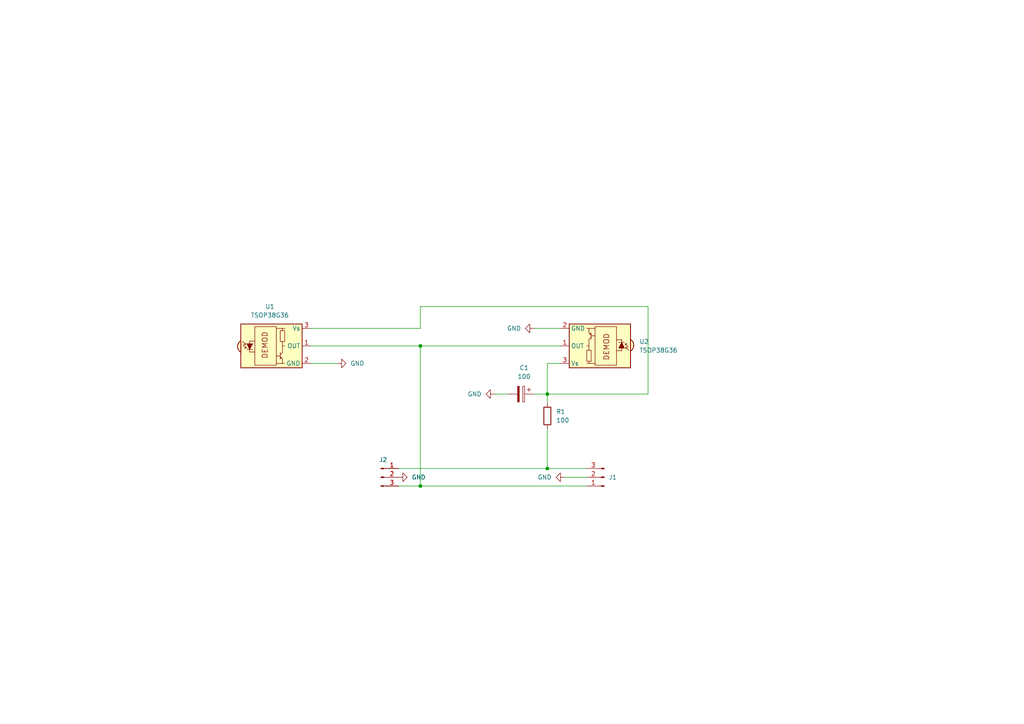
<source format=kicad_sch>
(kicad_sch (version 20211123) (generator eeschema)
  (paper "A4")
  (lib_symbols
    (symbol "Connector:Conn_01x03_Male" (pin_names (offset 1.016) hide)
      (property "Reference" "J" (at 0 5.08 0))
      (property "Value" "Conn_01x03_Male" (at 0 -5.08 0))
      (symbol "Conn_01x03_Male_1_1"
        (polyline (pts (xy 1.27 -2.54) (xy 0.8636 -2.54)) (stroke (width 0.1524)))
        (polyline (pts (xy 1.27 0) (xy 0.8636 0)) (stroke (width 0.1524)))
        (polyline (pts (xy 1.27 2.54) (xy 0.8636 2.54)) (stroke (width 0.1524)))
        (rectangle (start 0.8636 -2.413) (end 0 -2.667) (stroke (width 0.1524)) (fill (type outline)))
        (rectangle (start 0.8636 0.127) (end 0 -0.127) (stroke (width 0.1524)) (fill (type outline)))
        (rectangle (start 0.8636 2.667) (end 0 2.413) (stroke (width 0.1524)) (fill (type outline)))
        (pin passive line (at 5.08 2.54 180) (length 3.81) (name "Pin_1") (number "1"))
        (pin passive line (at 5.08 0 180) (length 3.81) (name "Pin_2") (number "2"))
        (pin passive line (at 5.08 -2.54 180) (length 3.81) (name "Pin_3") (number "3"))
      )
    )
    (symbol "Device:C_Polarized" (pin_numbers hide) (pin_names (offset 0.254))
      (property "Reference" "C" (at 0.635 2.54 0))
      (property "Value" "C_Polarized" (at 0.635 -2.54 0))
      (symbol "C_Polarized_0_1"
        (rectangle (start -2.286 0.508) (end 2.286 1.016))
        (polyline (pts (xy -1.778 2.286) (xy -0.762 2.286)))
        (polyline (pts (xy -1.27 2.794) (xy -1.27 1.778)))
        (rectangle (start 2.286 -0.508) (end -2.286 -1.016) (fill (type outline)))
      )
      (symbol "C_Polarized_1_1"
        (pin passive line (at 0 3.81 270) (length 2.794) (name "~") (number "1"))
        (pin passive line (at 0 -3.81 90) (length 2.794) (name "~") (number "2"))
      )
    )
    (symbol "Device:R" (pin_numbers hide) (pin_names (offset 0))
      (property "Reference" "R" (at 2.032 0 90))
      (property "Value" "R" (at 0 0 90))
      (symbol "R_0_1"
        (rectangle (start -1.016 -2.54) (end 1.016 2.54) (stroke (width 0.254)))
      )
      (symbol "R_1_1"
        (pin passive line (at 0 3.81 270) (length 1.27) (name "~") (number "1"))
        (pin passive line (at 0 -3.81 90) (length 1.27) (name "~") (number "2"))
      )
    )
    (symbol "Interface_Optical:TSOP38G36"
      (property "Reference" "U" (at -10.16 7.62 0))
      (property "Value" "TSOP38G36" (at -10.16 -7.62 0))
      (symbol "TSOP38G36_0_0"
        (arc (start -10.287 1.397) (mid -11.0899 -0.1905) (end -10.287 -1.778) (stroke (width 0.254)) (fill (type background)))
        (polyline (pts (xy 1.905 -5.08) (xy 0.127 -5.08)))
        (polyline (pts (xy 1.905 5.08) (xy 0.127 5.08)))
        (text "DEMOD" (at -3.175 0.254 900) (effects (font (size 1.524 1.524))))
      )
      (symbol "TSOP38G36_0_1"
        (rectangle (start -6.096 5.588) (end 0.127 -5.588))
        (polyline (pts (xy -8.763 0.381) (xy -9.652 1.27)))
        (polyline (pts (xy -8.763 0.381) (xy -9.271 0.381)))
        (polyline (pts (xy -8.763 0.381) (xy -8.763 0.889)))
        (polyline (pts (xy -8.636 -0.635) (xy -9.525 0.254)))
        (polyline (pts (xy -8.636 -0.635) (xy -9.144 -0.635)))
        (polyline (pts (xy -8.636 -0.635) (xy -8.636 -0.127)))
        (polyline (pts (xy -8.382 -1.016) (xy -6.731 -1.016)))
        (polyline (pts (xy 1.27 -2.921) (xy 0.127 -2.921)))
        (polyline (pts (xy 1.27 -1.905) (xy 1.27 -3.81)))
        (polyline (pts (xy 1.397 -3.556) (xy 1.524 -3.556)))
        (polyline (pts (xy 1.651 -3.556) (xy 1.524 -3.556)))
        (polyline (pts (xy 1.651 -3.556) (xy 1.651 -3.302)))
        (polyline (pts (xy 1.905 0) (xy 1.905 1.27)))
        (polyline (pts (xy 1.905 4.445) (xy 1.905 5.08) (xy 2.54 5.08)))
        (polyline (pts (xy -8.382 0.635) (xy -6.731 0.635) (xy -7.62 -1.016) (xy -8.382 0.635)) (fill (type outline)))
        (polyline (pts (xy -6.096 1.397) (xy -7.62 1.397) (xy -7.62 -1.778) (xy -6.096 -1.778)))
        (polyline (pts (xy 1.27 -3.175) (xy 1.905 -3.81) (xy 1.905 -5.08) (xy 2.54 -5.08)))
        (polyline (pts (xy 1.27 -2.54) (xy 1.905 -1.905) (xy 1.905 0) (xy 2.54 0)))
        (rectangle (start 2.54 1.27) (end 1.27 4.445))
        (rectangle (start 7.62 6.35) (end -10.16 -6.35) (stroke (width 0.254)) (fill (type background)))
      )
      (symbol "TSOP38G36_1_1"
        (pin output line (at 10.16 0 180) (length 2.54) (name "OUT") (number "1"))
        (pin power_in line (at 10.16 -5.08 180) (length 2.54) (name "GND") (number "2"))
        (pin power_in line (at 10.16 5.08 180) (length 2.54) (name "Vs") (number "3"))
      )
    )
    (symbol "power:GND" (power) (pin_names (offset 0))
      (property "Value" "GND" (at 0 -3.81 0))
      (symbol "GND_0_1"
        (polyline (pts (xy 0 0) (xy 0 -1.27) (xy 1.27 -1.27) (xy 0 -2.54) (xy -1.27 -1.27) (xy 0 -1.27)))
      )
      (symbol "GND_1_1"
        (pin power_in line (at 0 0 270) (length 0) hide (name "GND") (number "1"))
      )
    )
  )
  (junction (at 121.92 100.33))
  (junction (at 158.75 114.3))
  (junction (at 121.92 140.97))
  (junction (at 158.75 135.89))
  (wire (pts (xy 187.96 88.9) (xy 187.96 114.3)))
  (wire (pts (xy 143.51 114.3) (xy 147.32 114.3)))
  (wire (pts (xy 158.75 105.41) (xy 158.75 114.3)))
  (wire (pts (xy 90.17 105.41) (xy 97.79 105.41)))
  (wire (pts (xy 115.57 135.89) (xy 158.75 135.89)))
  (wire (pts (xy 121.92 140.97) (xy 170.18 140.97)))
  (wire (pts (xy 158.75 124.46) (xy 158.75 135.89)))
  (wire (pts (xy 115.57 140.97) (xy 121.92 140.97)))
  (wire (pts (xy 158.75 105.41) (xy 162.56 105.41)))
  (wire (pts (xy 187.96 114.3) (xy 158.75 114.3)))
  (wire (pts (xy 90.17 95.25) (xy 121.92 95.25)))
  (wire (pts (xy 158.75 114.3) (xy 158.75 116.84)))
  (wire (pts (xy 121.92 100.33) (xy 162.56 100.33)))
  (wire (pts (xy 90.17 100.33) (xy 121.92 100.33)))
  (wire (pts (xy 121.92 140.97) (xy 121.92 100.33)))
  (wire (pts (xy 121.92 88.9) (xy 187.96 88.9)))
  (wire (pts (xy 154.94 114.3) (xy 158.75 114.3)))
  (wire (pts (xy 154.94 95.25) (xy 162.56 95.25)))
  (wire (pts (xy 170.18 135.89) (xy 158.75 135.89)))
  (wire (pts (xy 163.83 138.43) (xy 170.18 138.43)))
  (wire (pts (xy 121.92 95.25) (xy 121.92 88.9)))
  (symbol (lib_id "power:GND") (at 97.79 105.41 90) (unit 1)
    (property "Reference" "#PWR_FLAG0102" (effects hide))
    (property "Value" "GND" (at 101.6 105.4099 90) (effects (justify right)))
  )
  (symbol (lib_id "Interface_Optical:TSOP38G36") (at 80.01 100.33 0) (unit 1)
    (property "Reference" "U1" (at 78.275 88.9 0))
    (property "Value" "TSOP38G36" (at 78.275 91.44 0))
    (property "Footprint" "OptoDevice:Vishay_MINICAST-3Pin" (effects hide))
    (property "Datasheet" "http://www.vishay.com/docs/82731/tsop38g36.pdf" (effects hide))
  )
  (symbol (lib_id "power:GND") (at 154.94 95.25 270) (unit 1)
    (property "Reference" "#PWR_FLAG0101" (effects hide))
    (property "Value" "GND" (at 151.13 95.2499 90) (effects (justify right)))
  )
  (symbol (lib_id "Connector:Conn_01x03_Male") (at 110.49 138.43 0) (unit 1)
    (property "Reference" "J2" (at 111.125 133.35 0))
    (property "Value" "Conn_01x03_Male" (effects hide))
    (property "Footprint" "Connector_Wire:SolderWire-0.1sqmm_1x03_P3.6mm_D0.4mm_OD1mm_Relief" (effects hide))
  )
  (symbol (lib_id "power:GND") (at 143.51 114.3 270) (unit 1)
    (property "Reference" "#PWR0101" (effects hide))
    (property "Value" "GND" (at 139.7 114.2999 90) (effects (justify right)))
  )
  (symbol (lib_id "Interface_Optical:TSOP38G36") (at 172.72 100.33 180) (unit 1)
    (property "Reference" "U2" (at 185.42 99.0599 0) (effects (justify right)))
    (property "Value" "TSOP38G36" (at 185.42 101.5999 0) (effects (justify right)))
    (property "Footprint" "OptoDevice:Vishay_MINICAST-3Pin" (effects hide))
    (property "Datasheet" "http://www.vishay.com/docs/82731/tsop38g36.pdf" (effects hide))
  )
  (symbol (lib_id "Device:C_Polarized") (at 151.13 114.3 270) (unit 1)
    (property "Reference" "C1" (at 152.019 106.68 90))
    (property "Value" "100" (at 152.019 109.22 90))
    (property "Footprint" "Capacitor_THT:CP_Radial_D5.0mm_P2.50mm" (effects hide))
  )
  (symbol (lib_id "Device:R") (at 158.75 120.65 0) (unit 1)
    (property "Reference" "R1" (at 161.29 119.3799 0) (effects (justify left)))
    (property "Value" "100" (at 161.29 121.9199 0) (effects (justify left)))
    (property "Footprint" "Resistor_THT:R_Axial_DIN0204_L3.6mm_D1.6mm_P7.62mm_Horizontal" (effects hide))
  )
  (symbol (lib_id "power:GND") (at 115.57 138.43 90) (unit 1)
    (property "Reference" "#PWR0103" (effects hide))
    (property "Value" "GND" (at 119.38 138.4299 90) (effects (justify right)))
  )
  (symbol (lib_id "power:GND") (at 163.83 138.43 270) (unit 1)
    (property "Reference" "#PWR0102" (effects hide))
    (property "Value" "GND" (at 160.02 138.4299 90) (effects (justify right)))
  )
  (symbol (lib_id "Connector:Conn_01x03_Male") (at 175.26 138.43 180) (unit 1)
    (property "Reference" "J1" (at 176.53 138.4299 0) (effects (justify right)))
    (property "Value" "Conn_01x03_Male" (effects hide))
    (property "Footprint" "Connector_Wire:SolderWire-0.1sqmm_1x03_P3.6mm_D0.4mm_OD1mm_Relief" (effects hide))
  )
)
</source>
